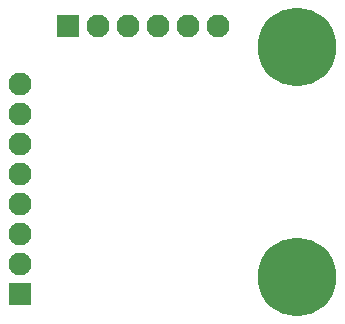
<source format=gbs>
G04*
G04 #@! TF.GenerationSoftware,Altium Limited,Altium Designer,24.10.1 (45)*
G04*
G04 Layer_Color=16711935*
%FSLAX25Y25*%
%MOIN*%
G70*
G04*
G04 #@! TF.SameCoordinates,7D61CDC6-73F6-4491-BD7D-58E7267C6A93*
G04*
G04*
G04 #@! TF.FilePolarity,Negative*
G04*
G01*
G75*
%ADD20C,0.07677*%
%ADD21R,0.07677X0.07677*%
%ADD22R,0.07677X0.07677*%
%ADD23C,0.26181*%
D20*
X19685Y80197D02*
D03*
Y70197D02*
D03*
Y30197D02*
D03*
Y20197D02*
D03*
Y40197D02*
D03*
Y50197D02*
D03*
Y60197D02*
D03*
X85630Y99410D02*
D03*
X75630D02*
D03*
X65630D02*
D03*
X45630D02*
D03*
X55630D02*
D03*
D21*
X19685Y10197D02*
D03*
D22*
X35630Y99410D02*
D03*
D23*
X112205Y15748D02*
D03*
Y92520D02*
D03*
M02*

</source>
